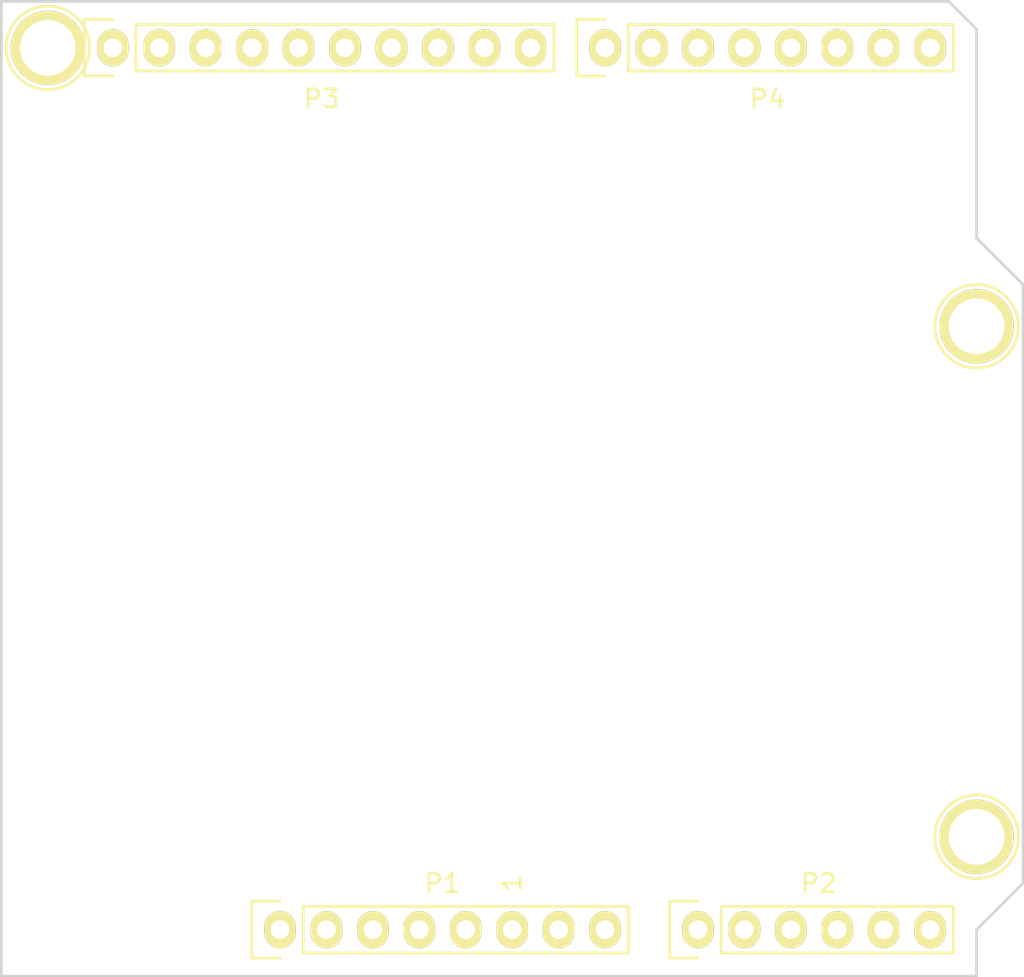
<source format=kicad_pcb>
(kicad_pcb (version 4) (host pcbnew 4.0.7)

  (general
    (links 4)
    (no_connects 4)
    (area 110.922999 72.949999 179.653001 126.440001)
    (thickness 1.6)
    (drawings 30)
    (tracks 0)
    (zones 0)
    (modules 7)
    (nets 32)
  )

  (page A4)
  (title_block
    (date "lun. 30 mars 2015")
  )

  (layers
    (0 F.Cu signal hide)
    (31 B.Cu signal hide)
    (32 B.Adhes user hide)
    (33 F.Adhes user hide)
    (34 B.Paste user hide)
    (35 F.Paste user hide)
    (36 B.SilkS user hide)
    (37 F.SilkS user hide)
    (38 B.Mask user hide)
    (39 F.Mask user hide)
    (40 Dwgs.User user hide)
    (41 Cmts.User user hide)
    (42 Eco1.User user hide)
    (43 Eco2.User user hide)
    (44 Edge.Cuts user)
    (45 Margin user hide)
    (46 B.CrtYd user hide)
    (47 F.CrtYd user hide)
    (48 B.Fab user hide)
    (49 F.Fab user hide)
  )

  (setup
    (last_trace_width 0.25)
    (trace_clearance 0.2)
    (zone_clearance 0.508)
    (zone_45_only no)
    (trace_min 0.2)
    (segment_width 0.15)
    (edge_width 0.15)
    (via_size 0.6)
    (via_drill 0.4)
    (via_min_size 0.4)
    (via_min_drill 0.3)
    (uvia_size 0.3)
    (uvia_drill 0.1)
    (uvias_allowed no)
    (uvia_min_size 0.2)
    (uvia_min_drill 0.1)
    (pcb_text_width 0.3)
    (pcb_text_size 1.5 1.5)
    (mod_edge_width 0.15)
    (mod_text_size 1 1)
    (mod_text_width 0.15)
    (pad_size 4.064 4.064)
    (pad_drill 3.048)
    (pad_to_mask_clearance 0)
    (aux_axis_origin 110.998 126.365)
    (grid_origin 110.998 126.365)
    (visible_elements 7FFFFFFF)
    (pcbplotparams
      (layerselection 0x00030_80000001)
      (usegerberextensions false)
      (excludeedgelayer true)
      (linewidth 0.100000)
      (plotframeref false)
      (viasonmask false)
      (mode 1)
      (useauxorigin false)
      (hpglpennumber 1)
      (hpglpenspeed 20)
      (hpglpendiameter 15)
      (hpglpenoverlay 2)
      (psnegative false)
      (psa4output false)
      (plotreference true)
      (plotvalue true)
      (plotinvisibletext false)
      (padsonsilk false)
      (subtractmaskfromsilk false)
      (outputformat 1)
      (mirror false)
      (drillshape 1)
      (scaleselection 1)
      (outputdirectory ""))
  )

  (net 0 "")
  (net 1 /IOREF)
  (net 2 /Reset)
  (net 3 +5V)
  (net 4 GND)
  (net 5 /Vin)
  (net 6 /A0)
  (net 7 /A1)
  (net 8 /A2)
  (net 9 /A3)
  (net 10 /AREF)
  (net 11 "/A4(SDA)")
  (net 12 "/A5(SCL)")
  (net 13 "/9(**)")
  (net 14 /8)
  (net 15 /7)
  (net 16 "/6(**)")
  (net 17 "/5(**)")
  (net 18 /4)
  (net 19 "/3(**)")
  (net 20 /2)
  (net 21 "/1(Tx)")
  (net 22 "/0(Rx)")
  (net 23 "Net-(P6-Pad1)")
  (net 24 "Net-(P7-Pad1)")
  (net 25 "Net-(P8-Pad1)")
  (net 26 "/13(SCK)")
  (net 27 "/10(**/SS)")
  (net 28 "Net-(P1-Pad1)")
  (net 29 +3V3)
  (net 30 "/12(MISO)")
  (net 31 "/11(**/MOSI)")

  (net_class Default "This is the default net class."
    (clearance 0.2)
    (trace_width 0.25)
    (via_dia 0.6)
    (via_drill 0.4)
    (uvia_dia 0.3)
    (uvia_drill 0.1)
    (add_net +3V3)
    (add_net +5V)
    (add_net "/0(Rx)")
    (add_net "/1(Tx)")
    (add_net "/10(**/SS)")
    (add_net "/11(**/MOSI)")
    (add_net "/12(MISO)")
    (add_net "/13(SCK)")
    (add_net /2)
    (add_net "/3(**)")
    (add_net /4)
    (add_net "/5(**)")
    (add_net "/6(**)")
    (add_net /7)
    (add_net /8)
    (add_net "/9(**)")
    (add_net /A0)
    (add_net /A1)
    (add_net /A2)
    (add_net /A3)
    (add_net "/A4(SDA)")
    (add_net "/A5(SCL)")
    (add_net /AREF)
    (add_net /IOREF)
    (add_net /Reset)
    (add_net /Vin)
    (add_net GND)
    (add_net "Net-(P1-Pad1)")
    (add_net "Net-(P6-Pad1)")
    (add_net "Net-(P7-Pad1)")
    (add_net "Net-(P8-Pad1)")
  )

  (module Socket_Arduino_Uno:Socket_Strip_Arduino_1x08 locked (layer F.Cu) (tedit 552168D2) (tstamp 551AF9EA)
    (at 126.238 123.825)
    (descr "Through hole socket strip")
    (tags "socket strip")
    (path /56D70129)
    (fp_text reference P1 (at 8.89 -2.54) (layer F.SilkS)
      (effects (font (size 1 1) (thickness 0.15)))
    )
    (fp_text value Power (at 8.89 -4.064) (layer F.Fab)
      (effects (font (size 1 1) (thickness 0.15)))
    )
    (fp_line (start -1.75 -1.75) (end -1.75 1.75) (layer F.CrtYd) (width 0.05))
    (fp_line (start 19.55 -1.75) (end 19.55 1.75) (layer F.CrtYd) (width 0.05))
    (fp_line (start -1.75 -1.75) (end 19.55 -1.75) (layer F.CrtYd) (width 0.05))
    (fp_line (start -1.75 1.75) (end 19.55 1.75) (layer F.CrtYd) (width 0.05))
    (fp_line (start 1.27 1.27) (end 19.05 1.27) (layer F.SilkS) (width 0.15))
    (fp_line (start 19.05 1.27) (end 19.05 -1.27) (layer F.SilkS) (width 0.15))
    (fp_line (start 19.05 -1.27) (end 1.27 -1.27) (layer F.SilkS) (width 0.15))
    (fp_line (start -1.55 1.55) (end 0 1.55) (layer F.SilkS) (width 0.15))
    (fp_line (start 1.27 1.27) (end 1.27 -1.27) (layer F.SilkS) (width 0.15))
    (fp_line (start 0 -1.55) (end -1.55 -1.55) (layer F.SilkS) (width 0.15))
    (fp_line (start -1.55 -1.55) (end -1.55 1.55) (layer F.SilkS) (width 0.15))
    (pad 1 thru_hole oval (at 0 0) (size 1.7272 2.032) (drill 1.016) (layers *.Cu *.Mask F.SilkS)
      (net 28 "Net-(P1-Pad1)"))
    (pad 2 thru_hole oval (at 2.54 0) (size 1.7272 2.032) (drill 1.016) (layers *.Cu *.Mask F.SilkS)
      (net 1 /IOREF))
    (pad 3 thru_hole oval (at 5.08 0) (size 1.7272 2.032) (drill 1.016) (layers *.Cu *.Mask F.SilkS)
      (net 2 /Reset))
    (pad 4 thru_hole oval (at 7.62 0) (size 1.7272 2.032) (drill 1.016) (layers *.Cu *.Mask F.SilkS)
      (net 29 +3V3))
    (pad 5 thru_hole oval (at 10.16 0) (size 1.7272 2.032) (drill 1.016) (layers *.Cu *.Mask F.SilkS)
      (net 3 +5V))
    (pad 6 thru_hole oval (at 12.7 0) (size 1.7272 2.032) (drill 1.016) (layers *.Cu *.Mask F.SilkS)
      (net 4 GND))
    (pad 7 thru_hole oval (at 15.24 0) (size 1.7272 2.032) (drill 1.016) (layers *.Cu *.Mask F.SilkS)
      (net 4 GND))
    (pad 8 thru_hole oval (at 17.78 0) (size 1.7272 2.032) (drill 1.016) (layers *.Cu *.Mask F.SilkS)
      (net 5 /Vin))
    (model ${KIPRJMOD}/Socket_Arduino_Uno.3dshapes/Socket_header_Arduino_1x08.wrl
      (at (xyz 0.35 0 0))
      (scale (xyz 1 1 1))
      (rotate (xyz 0 0 180))
    )
  )

  (module Socket_Arduino_Uno:Socket_Strip_Arduino_1x06 locked (layer F.Cu) (tedit 552168D6) (tstamp 551AF9FF)
    (at 149.098 123.825)
    (descr "Through hole socket strip")
    (tags "socket strip")
    (path /56D70DD8)
    (fp_text reference P2 (at 6.604 -2.54) (layer F.SilkS)
      (effects (font (size 1 1) (thickness 0.15)))
    )
    (fp_text value Analog (at 6.604 -4.064) (layer F.Fab)
      (effects (font (size 1 1) (thickness 0.15)))
    )
    (fp_line (start -1.75 -1.75) (end -1.75 1.75) (layer F.CrtYd) (width 0.05))
    (fp_line (start 14.45 -1.75) (end 14.45 1.75) (layer F.CrtYd) (width 0.05))
    (fp_line (start -1.75 -1.75) (end 14.45 -1.75) (layer F.CrtYd) (width 0.05))
    (fp_line (start -1.75 1.75) (end 14.45 1.75) (layer F.CrtYd) (width 0.05))
    (fp_line (start 1.27 1.27) (end 13.97 1.27) (layer F.SilkS) (width 0.15))
    (fp_line (start 13.97 1.27) (end 13.97 -1.27) (layer F.SilkS) (width 0.15))
    (fp_line (start 13.97 -1.27) (end 1.27 -1.27) (layer F.SilkS) (width 0.15))
    (fp_line (start -1.55 1.55) (end 0 1.55) (layer F.SilkS) (width 0.15))
    (fp_line (start 1.27 1.27) (end 1.27 -1.27) (layer F.SilkS) (width 0.15))
    (fp_line (start 0 -1.55) (end -1.55 -1.55) (layer F.SilkS) (width 0.15))
    (fp_line (start -1.55 -1.55) (end -1.55 1.55) (layer F.SilkS) (width 0.15))
    (pad 1 thru_hole oval (at 0 0) (size 1.7272 2.032) (drill 1.016) (layers *.Cu *.Mask F.SilkS)
      (net 6 /A0))
    (pad 2 thru_hole oval (at 2.54 0) (size 1.7272 2.032) (drill 1.016) (layers *.Cu *.Mask F.SilkS)
      (net 7 /A1))
    (pad 3 thru_hole oval (at 5.08 0) (size 1.7272 2.032) (drill 1.016) (layers *.Cu *.Mask F.SilkS)
      (net 8 /A2))
    (pad 4 thru_hole oval (at 7.62 0) (size 1.7272 2.032) (drill 1.016) (layers *.Cu *.Mask F.SilkS)
      (net 9 /A3))
    (pad 5 thru_hole oval (at 10.16 0) (size 1.7272 2.032) (drill 1.016) (layers *.Cu *.Mask F.SilkS)
      (net 11 "/A4(SDA)"))
    (pad 6 thru_hole oval (at 12.7 0) (size 1.7272 2.032) (drill 1.016) (layers *.Cu *.Mask F.SilkS)
      (net 12 "/A5(SCL)"))
    (model ${KIPRJMOD}/Socket_Arduino_Uno.3dshapes/Socket_header_Arduino_1x06.wrl
      (at (xyz 0.25 0 0))
      (scale (xyz 1 1 1))
      (rotate (xyz 0 0 180))
    )
  )

  (module Socket_Arduino_Uno:Socket_Strip_Arduino_1x10 locked (layer F.Cu) (tedit 552168BF) (tstamp 551AFA18)
    (at 117.094 75.565)
    (descr "Through hole socket strip")
    (tags "socket strip")
    (path /56D721E0)
    (fp_text reference P3 (at 11.43 2.794) (layer F.SilkS)
      (effects (font (size 1 1) (thickness 0.15)))
    )
    (fp_text value Digital (at 11.43 4.318) (layer F.Fab)
      (effects (font (size 1 1) (thickness 0.15)))
    )
    (fp_line (start -1.75 -1.75) (end -1.75 1.75) (layer F.CrtYd) (width 0.05))
    (fp_line (start 24.65 -1.75) (end 24.65 1.75) (layer F.CrtYd) (width 0.05))
    (fp_line (start -1.75 -1.75) (end 24.65 -1.75) (layer F.CrtYd) (width 0.05))
    (fp_line (start -1.75 1.75) (end 24.65 1.75) (layer F.CrtYd) (width 0.05))
    (fp_line (start 1.27 1.27) (end 24.13 1.27) (layer F.SilkS) (width 0.15))
    (fp_line (start 24.13 1.27) (end 24.13 -1.27) (layer F.SilkS) (width 0.15))
    (fp_line (start 24.13 -1.27) (end 1.27 -1.27) (layer F.SilkS) (width 0.15))
    (fp_line (start -1.55 1.55) (end 0 1.55) (layer F.SilkS) (width 0.15))
    (fp_line (start 1.27 1.27) (end 1.27 -1.27) (layer F.SilkS) (width 0.15))
    (fp_line (start 0 -1.55) (end -1.55 -1.55) (layer F.SilkS) (width 0.15))
    (fp_line (start -1.55 -1.55) (end -1.55 1.55) (layer F.SilkS) (width 0.15))
    (pad 1 thru_hole oval (at 0 0) (size 1.7272 2.032) (drill 1.016) (layers *.Cu *.Mask F.SilkS)
      (net 12 "/A5(SCL)"))
    (pad 2 thru_hole oval (at 2.54 0) (size 1.7272 2.032) (drill 1.016) (layers *.Cu *.Mask F.SilkS)
      (net 11 "/A4(SDA)"))
    (pad 3 thru_hole oval (at 5.08 0) (size 1.7272 2.032) (drill 1.016) (layers *.Cu *.Mask F.SilkS)
      (net 10 /AREF))
    (pad 4 thru_hole oval (at 7.62 0) (size 1.7272 2.032) (drill 1.016) (layers *.Cu *.Mask F.SilkS)
      (net 4 GND))
    (pad 5 thru_hole oval (at 10.16 0) (size 1.7272 2.032) (drill 1.016) (layers *.Cu *.Mask F.SilkS)
      (net 26 "/13(SCK)"))
    (pad 6 thru_hole oval (at 12.7 0) (size 1.7272 2.032) (drill 1.016) (layers *.Cu *.Mask F.SilkS)
      (net 30 "/12(MISO)"))
    (pad 7 thru_hole oval (at 15.24 0) (size 1.7272 2.032) (drill 1.016) (layers *.Cu *.Mask F.SilkS)
      (net 31 "/11(**/MOSI)"))
    (pad 8 thru_hole oval (at 17.78 0) (size 1.7272 2.032) (drill 1.016) (layers *.Cu *.Mask F.SilkS)
      (net 27 "/10(**/SS)"))
    (pad 9 thru_hole oval (at 20.32 0) (size 1.7272 2.032) (drill 1.016) (layers *.Cu *.Mask F.SilkS)
      (net 13 "/9(**)"))
    (pad 10 thru_hole oval (at 22.86 0) (size 1.7272 2.032) (drill 1.016) (layers *.Cu *.Mask F.SilkS)
      (net 14 /8))
    (model ${KIPRJMOD}/Socket_Arduino_Uno.3dshapes/Socket_header_Arduino_1x10.wrl
      (at (xyz 0.45 0 0))
      (scale (xyz 1 1 1))
      (rotate (xyz 0 0 180))
    )
  )

  (module Socket_Arduino_Uno:Socket_Strip_Arduino_1x08 locked (layer F.Cu) (tedit 552168C7) (tstamp 551AFA2F)
    (at 144.018 75.565)
    (descr "Through hole socket strip")
    (tags "socket strip")
    (path /56D7164F)
    (fp_text reference P4 (at 8.89 2.794) (layer F.SilkS)
      (effects (font (size 1 1) (thickness 0.15)))
    )
    (fp_text value Digital (at 8.89 4.318) (layer F.Fab)
      (effects (font (size 1 1) (thickness 0.15)))
    )
    (fp_line (start -1.75 -1.75) (end -1.75 1.75) (layer F.CrtYd) (width 0.05))
    (fp_line (start 19.55 -1.75) (end 19.55 1.75) (layer F.CrtYd) (width 0.05))
    (fp_line (start -1.75 -1.75) (end 19.55 -1.75) (layer F.CrtYd) (width 0.05))
    (fp_line (start -1.75 1.75) (end 19.55 1.75) (layer F.CrtYd) (width 0.05))
    (fp_line (start 1.27 1.27) (end 19.05 1.27) (layer F.SilkS) (width 0.15))
    (fp_line (start 19.05 1.27) (end 19.05 -1.27) (layer F.SilkS) (width 0.15))
    (fp_line (start 19.05 -1.27) (end 1.27 -1.27) (layer F.SilkS) (width 0.15))
    (fp_line (start -1.55 1.55) (end 0 1.55) (layer F.SilkS) (width 0.15))
    (fp_line (start 1.27 1.27) (end 1.27 -1.27) (layer F.SilkS) (width 0.15))
    (fp_line (start 0 -1.55) (end -1.55 -1.55) (layer F.SilkS) (width 0.15))
    (fp_line (start -1.55 -1.55) (end -1.55 1.55) (layer F.SilkS) (width 0.15))
    (pad 1 thru_hole oval (at 0 0) (size 1.7272 2.032) (drill 1.016) (layers *.Cu *.Mask F.SilkS)
      (net 15 /7))
    (pad 2 thru_hole oval (at 2.54 0) (size 1.7272 2.032) (drill 1.016) (layers *.Cu *.Mask F.SilkS)
      (net 16 "/6(**)"))
    (pad 3 thru_hole oval (at 5.08 0) (size 1.7272 2.032) (drill 1.016) (layers *.Cu *.Mask F.SilkS)
      (net 17 "/5(**)"))
    (pad 4 thru_hole oval (at 7.62 0) (size 1.7272 2.032) (drill 1.016) (layers *.Cu *.Mask F.SilkS)
      (net 18 /4))
    (pad 5 thru_hole oval (at 10.16 0) (size 1.7272 2.032) (drill 1.016) (layers *.Cu *.Mask F.SilkS)
      (net 19 "/3(**)"))
    (pad 6 thru_hole oval (at 12.7 0) (size 1.7272 2.032) (drill 1.016) (layers *.Cu *.Mask F.SilkS)
      (net 20 /2))
    (pad 7 thru_hole oval (at 15.24 0) (size 1.7272 2.032) (drill 1.016) (layers *.Cu *.Mask F.SilkS)
      (net 21 "/1(Tx)"))
    (pad 8 thru_hole oval (at 17.78 0) (size 1.7272 2.032) (drill 1.016) (layers *.Cu *.Mask F.SilkS)
      (net 22 "/0(Rx)"))
    (model ${KIPRJMOD}/Socket_Arduino_Uno.3dshapes/Socket_header_Arduino_1x08.wrl
      (at (xyz 0.35 0 0))
      (scale (xyz 1 1 1))
      (rotate (xyz 0 0 180))
    )
  )

  (module Socket_Arduino_Uno:Arduino_1pin locked (layer F.Cu) (tedit 5524FC4A) (tstamp 5524FC44)
    (at 164.338 118.745)
    (descr "module 1 pin (ou trou mecanique de percage)")
    (tags DEV)
    (path /56D71274)
    (fp_text reference P6 (at 0 -3.048) (layer F.SilkS) hide
      (effects (font (size 1 1) (thickness 0.15)))
    )
    (fp_text value CONN_01X01 (at 0 2.794) (layer F.Fab) hide
      (effects (font (size 1 1) (thickness 0.15)))
    )
    (fp_circle (center 0 0) (end 0 -2.286) (layer F.SilkS) (width 0.15))
    (pad 1 thru_hole circle (at 0 0) (size 4.064 4.064) (drill 3.048) (layers *.Cu *.Mask F.SilkS)
      (net 23 "Net-(P6-Pad1)"))
  )

  (module Socket_Arduino_Uno:Arduino_1pin locked (layer F.Cu) (tedit 5524FC2F) (tstamp 5524FC49)
    (at 113.538 75.565)
    (descr "module 1 pin (ou trou mecanique de percage)")
    (tags DEV)
    (path /56D712A8)
    (fp_text reference P7 (at 0 -3.048) (layer F.SilkS) hide
      (effects (font (size 1 1) (thickness 0.15)))
    )
    (fp_text value CONN_01X01 (at 0 2.794) (layer F.Fab) hide
      (effects (font (size 1 1) (thickness 0.15)))
    )
    (fp_circle (center 0 0) (end 0 -2.286) (layer F.SilkS) (width 0.15))
    (pad 1 thru_hole circle (at 0 0) (size 4.064 4.064) (drill 3.048) (layers *.Cu *.Mask F.SilkS)
      (net 24 "Net-(P7-Pad1)"))
  )

  (module Socket_Arduino_Uno:Arduino_1pin locked (layer F.Cu) (tedit 5524FC41) (tstamp 5524FC4E)
    (at 164.338 90.805)
    (descr "module 1 pin (ou trou mecanique de percage)")
    (tags DEV)
    (path /56D712DB)
    (fp_text reference P8 (at 0 -3.048) (layer F.SilkS) hide
      (effects (font (size 1 1) (thickness 0.15)))
    )
    (fp_text value CONN_01X01 (at 0 2.794) (layer F.Fab) hide
      (effects (font (size 1 1) (thickness 0.15)))
    )
    (fp_circle (center 0 0) (end 0 -2.286) (layer F.SilkS) (width 0.15))
    (pad 1 thru_hole circle (at 0 0) (size 4.064 4.064) (drill 3.048) (layers *.Cu *.Mask F.SilkS)
      (net 25 "Net-(P8-Pad1)"))
  )

  (gr_line (start 162.433 73.025) (end 162.814 73.025) (angle 90) (layer Edge.Cuts) (width 0.15))
  (gr_line (start 111.379 73.025) (end 110.998 73.025) (angle 90) (layer Edge.Cuts) (width 0.15))
  (gr_line (start 164.338 126.365) (end 110.998 126.365) (angle 90) (layer Edge.Cuts) (width 0.15))
  (gr_line (start 111.76 73.025) (end 111.125 73.025) (angle 90) (layer Edge.Cuts) (width 0.15))
  (gr_line (start 111.633 73.025) (end 162.433 73.025) (angle 90) (layer Edge.Cuts) (width 0.15))
  (gr_line (start 110.998 126.365) (end 110.998 73.025) (angle 90) (layer Edge.Cuts) (width 0.15))
  (gr_line (start 164.338 123.825) (end 164.338 126.365) (angle 90) (layer Edge.Cuts) (width 0.15))
  (gr_text 1 (at 138.938 121.285 90) (layer F.SilkS)
    (effects (font (size 1 1) (thickness 0.15)))
  )
  (gr_circle (center 117.348 76.962) (end 118.618 76.962) (layer Dwgs.User) (width 0.15))
  (gr_line (start 114.427 78.994) (end 114.427 74.93) (angle 90) (layer Dwgs.User) (width 0.15))
  (gr_line (start 120.269 78.994) (end 114.427 78.994) (angle 90) (layer Dwgs.User) (width 0.15))
  (gr_line (start 120.269 74.93) (end 120.269 78.994) (angle 90) (layer Dwgs.User) (width 0.15))
  (gr_line (start 114.427 74.93) (end 120.269 74.93) (angle 90) (layer Dwgs.User) (width 0.15))
  (gr_line (start 120.523 93.98) (end 104.648 93.98) (angle 90) (layer Dwgs.User) (width 0.15))
  (gr_line (start 164.338 74.549) (end 162.814 73.025) (angle 90) (layer Edge.Cuts) (width 0.15))
  (gr_line (start 164.338 85.979) (end 164.338 74.549) (angle 90) (layer Edge.Cuts) (width 0.15))
  (gr_line (start 166.878 88.519) (end 164.338 85.979) (angle 90) (layer Edge.Cuts) (width 0.15))
  (gr_line (start 166.878 121.285) (end 166.878 88.519) (angle 90) (layer Edge.Cuts) (width 0.15))
  (gr_line (start 164.338 123.825) (end 166.878 121.285) (angle 90) (layer Edge.Cuts) (width 0.15))
  (gr_line (start 173.355 102.235) (end 173.355 94.615) (angle 90) (layer Dwgs.User) (width 0.15))
  (gr_line (start 178.435 102.235) (end 173.355 102.235) (angle 90) (layer Dwgs.User) (width 0.15))
  (gr_line (start 178.435 94.615) (end 178.435 102.235) (angle 90) (layer Dwgs.User) (width 0.15))
  (gr_line (start 173.355 94.615) (end 178.435 94.615) (angle 90) (layer Dwgs.User) (width 0.15))
  (gr_line (start 119.253 123.19) (end 119.253 114.3) (angle 90) (layer Dwgs.User) (width 0.15))
  (gr_line (start 122.428 123.19) (end 109.093 123.19) (angle 90) (layer Dwgs.User) (width 0.15))
  (gr_line (start 122.428 114.3) (end 122.428 123.19) (angle 90) (layer Dwgs.User) (width 0.15))
  (gr_line (start 109.093 114.3) (end 122.428 114.3) (angle 90) (layer Dwgs.User) (width 0.15))
  (gr_line (start 104.648 93.98) (end 104.648 82.55) (angle 90) (layer Dwgs.User) (width 0.15))
  (gr_line (start 120.523 82.55) (end 120.523 93.98) (angle 90) (layer Dwgs.User) (width 0.15))
  (gr_line (start 104.648 82.55) (end 120.523 82.55) (angle 90) (layer Dwgs.User) (width 0.15))

)

</source>
